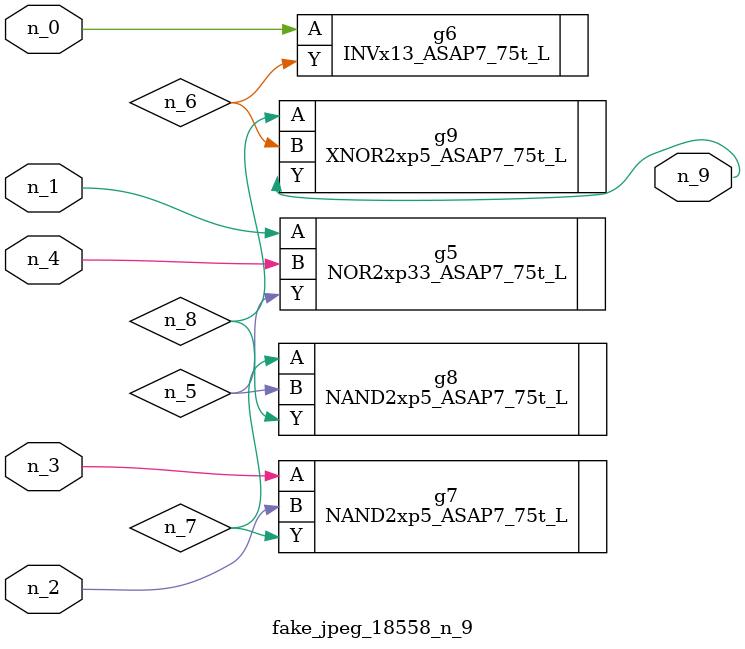
<source format=v>
module fake_jpeg_18558_n_9 (n_3, n_2, n_1, n_0, n_4, n_9);

input n_3;
input n_2;
input n_1;
input n_0;
input n_4;

output n_9;

wire n_8;
wire n_6;
wire n_5;
wire n_7;

NOR2xp33_ASAP7_75t_L g5 ( 
.A(n_1),
.B(n_4),
.Y(n_5)
);

INVx13_ASAP7_75t_L g6 ( 
.A(n_0),
.Y(n_6)
);

NAND2xp5_ASAP7_75t_L g7 ( 
.A(n_3),
.B(n_2),
.Y(n_7)
);

NAND2xp5_ASAP7_75t_L g8 ( 
.A(n_7),
.B(n_5),
.Y(n_8)
);

XNOR2xp5_ASAP7_75t_L g9 ( 
.A(n_8),
.B(n_6),
.Y(n_9)
);


endmodule
</source>
